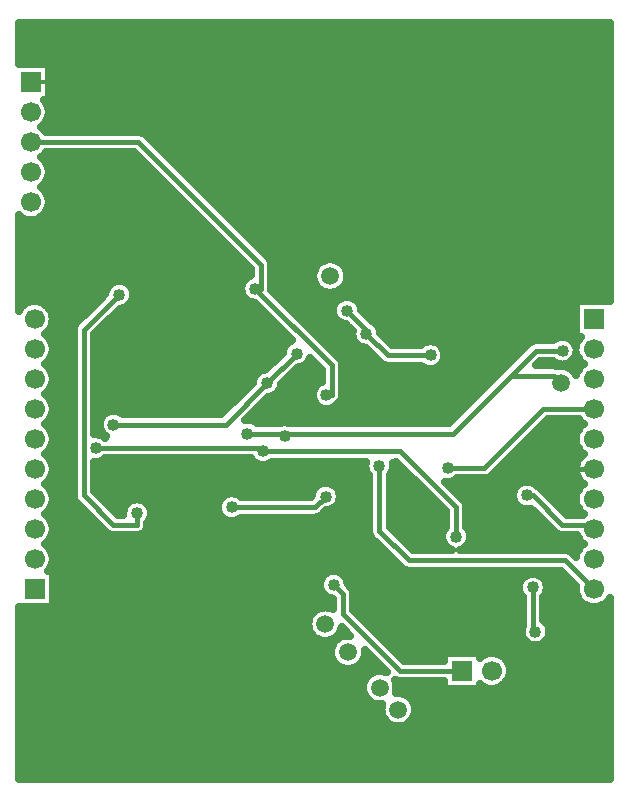
<source format=gbr>
G04 DipTrace 3.0.0.2*
G04 Bottom.gbr*
%MOMM*%
G04 #@! TF.FileFunction,Copper,L2,Bot*
G04 #@! TF.Part,Single*
G04 #@! TA.AperFunction,Conductor*
%ADD13C,0.4*%
G04 #@! TA.AperFunction,CopperBalancing*
%ADD15C,0.33*%
%ADD16C,0.635*%
G04 #@! TA.AperFunction,ComponentPad*
%ADD20R,1.7X1.7*%
%ADD21C,1.7*%
%ADD23C,1.5*%
G04 #@! TA.AperFunction,ViaPad*
%ADD27C,1.016*%
%FSLAX35Y35*%
G04*
G71*
G90*
G75*
G01*
G04 Bottom*
%LPD*%
X5472833Y2347478D2*
D13*
X5450889Y2369422D1*
Y2720529D1*
X3950000Y3600000D2*
Y2968570D1*
Y2550000D1*
X4200000Y2300000D1*
X4650000Y3350000D2*
X4400000Y3600000D1*
X4200000Y2300000D2*
X4550000D1*
X4900000Y2650000D1*
X1850000Y5600000D2*
X2100000D1*
X2200000Y5500000D1*
X2500000D1*
X2550000Y5450000D1*
X2850000D1*
X2900000Y5400000D1*
X1800000Y4800000D2*
X1850000D1*
X2050000Y4600000D1*
X2550000D1*
X2900000D1*
X3000000Y4500000D1*
X2560333Y2276833D2*
X2512057Y2228557D1*
X2169720D1*
X2560333Y2276833D2*
X2656890Y2180277D1*
X2915833D1*
X3295603Y2560047D1*
Y2998447D1*
X3325480Y2968570D1*
X3950000D1*
X3334923Y3657233D2*
X3313553Y3635863D1*
X1828083D1*
X3334923Y3657233D2*
X3365627Y3687937D1*
X3892230D1*
X3950000Y3630167D1*
Y3600000D1*
X2550000Y5450000D2*
Y4600000D1*
X4921920Y3596040D2*
X4924947Y3599067D1*
X5218937D1*
X5342870Y3723000D1*
X5968000D1*
X1900000Y4100000D2*
X2850000D1*
X3200000Y4450000D1*
X3450000Y4700000D1*
X3200000Y4450000D2*
D3*
X1750000Y3900000D2*
X3166463D1*
Y3874297D1*
X4325703D1*
X4800000Y3400000D1*
Y3150000D1*
X2900000Y3400000D2*
X3605623D1*
X3696387Y3490763D1*
X3702813Y4350000D2*
X3750000D1*
Y4600000D1*
X3100000Y5250000D1*
X3150000D1*
Y5451580D1*
X2109580Y6492000D1*
X1200000D1*
X4150000Y3750000D2*
Y3200000D1*
X4400000Y2950000D1*
X5725000D1*
X5968000Y2707000D1*
X4732130Y3730723D2*
X5039383D1*
X5539660Y4231000D1*
X5968000D1*
X4041007Y4867987D2*
Y4901077D1*
X3877097Y5064987D1*
X4584233Y4685733D2*
X4223260D1*
X4041007Y4867987D1*
X5400000Y3500000D2*
X5450000D1*
X5700000Y3250000D1*
X5933000D1*
X5968000Y3215000D1*
X5701727Y4726380D2*
X5476380D1*
X5264757Y4514757D1*
X4772890Y4022890D1*
X3350000D1*
X3034337D1*
X3350000Y4000000D2*
Y4022890D1*
X5693090Y4452127D2*
X5630460Y4514757D1*
X5264757D1*
X2100000Y3350000D2*
Y3250000D1*
X1900000D1*
X1650000Y3500000D1*
Y4900000D1*
X1950000Y5200000D1*
X3765574Y2742473D2*
X3844573Y2663474D1*
Y2496698D1*
X4327222Y2014049D1*
X4849016D1*
D27*
X4200000Y2300000D3*
X3100000Y5250000D3*
X3877097Y5064987D3*
X4041007Y4867987D3*
X4584233Y4685733D3*
X1750000Y3900000D3*
X3166463Y3874297D3*
X4800000Y3150000D3*
X2900000Y3400000D3*
X1950000Y5200000D3*
X2100000Y3350000D3*
X3702813Y4350000D3*
X3696387Y3490763D3*
X4732130Y3730723D3*
X3034337Y4022890D3*
X5701727Y4726380D3*
X1900000Y4100000D3*
X3450000Y4700000D3*
X4150000Y3750000D3*
X5400000Y3500000D3*
X3950000Y3600000D3*
X4400000D3*
X4650000Y3350000D3*
X4900000Y2650000D3*
X3200000Y4450000D3*
X2200000Y5500000D3*
X1850000Y5600000D3*
X2550000Y5450000D3*
X2900000Y5400000D3*
X3000000Y4500000D3*
X2050000Y4600000D3*
X1800000Y4800000D3*
X3350000Y4000000D3*
X2169720Y2228557D3*
X2560333Y2276833D3*
X2915833Y2180277D3*
X3334923Y3657233D3*
X1828083Y3635863D3*
X4921920Y3596040D3*
X5450889Y2720529D3*
X3765574Y2742473D3*
X5472833Y2347478D3*
X1104100Y7439083D2*
D16*
X6095932D1*
X1104100Y7375917D2*
X6095932D1*
X1104100Y7312750D2*
X6095932D1*
X1104100Y7249583D2*
X6095932D1*
X1104100Y7186417D2*
X6095932D1*
X1358658Y7123250D2*
X6095932D1*
X1358658Y7060083D2*
X6095932D1*
X1358658Y6996917D2*
X6095932D1*
X1358658Y6933750D2*
X6095932D1*
X1358658Y6870583D2*
X6095932D1*
X1345760Y6807417D2*
X6095932D1*
X1358658Y6744250D2*
X6095932D1*
X1344147Y6681083D2*
X6095932D1*
X1292058Y6617917D2*
X6095932D1*
X2176593Y6554750D2*
X6095932D1*
X2239721Y6491583D2*
X6095932D1*
X2302973Y6428417D2*
X6095932D1*
X1290817Y6365250D2*
X2106594D1*
X2366100D2*
X6095932D1*
X1344519Y6302083D2*
X2169722D1*
X2429228D2*
X6095932D1*
X1358658Y6238917D2*
X2232974D1*
X2492356D2*
X6095932D1*
X1345388Y6175750D2*
X2296102D1*
X2555608D2*
X6095932D1*
X1292678Y6112583D2*
X2359230D1*
X2618736D2*
X6095932D1*
X1343899Y6049417D2*
X2422358D1*
X2681864D2*
X6095932D1*
X1358658Y5986250D2*
X2485609D1*
X2745116D2*
X6095932D1*
X1345884Y5923083D2*
X2548737D1*
X2808244D2*
X6095932D1*
X1294662Y5859917D2*
X2611865D1*
X2871372D2*
X6095932D1*
X1104100Y5796750D2*
X2675117D1*
X2934624D2*
X6095932D1*
X1104100Y5733583D2*
X2738245D1*
X2997752D2*
X6095932D1*
X1104100Y5670417D2*
X2801373D1*
X3060880D2*
X6095932D1*
X1104100Y5607250D2*
X2864625D1*
X3124132D2*
X6095932D1*
X1104100Y5544083D2*
X2927753D1*
X3187260D2*
X6095932D1*
X1104100Y5480917D2*
X2990881D1*
X3238481D2*
X3658871D1*
X3811470D2*
X6095932D1*
X1104100Y5417750D2*
X3054133D1*
X3243566D2*
X3600208D1*
X3870133D2*
X6095932D1*
X1104100Y5354583D2*
X3038754D1*
X3243566D2*
X3586566D1*
X3883775D2*
X6095932D1*
X1104100Y5291417D2*
X1868841D1*
X2031113D2*
X2983067D1*
X3243566D2*
X3602565D1*
X3867776D2*
X6095932D1*
X1104100Y5228250D2*
X1829029D1*
X2071049D2*
X2977610D1*
X3251504D2*
X3668173D1*
X3802168D2*
X6095932D1*
X1104100Y5165083D2*
X1785373D1*
X2069188D2*
X3011593D1*
X3314632D2*
X3808071D1*
X3946159D2*
X6095932D1*
X1344767Y5101917D2*
X1722121D1*
X2022059D2*
X3118377D1*
X3377884D2*
X3758586D1*
X3995644D2*
X5809314D1*
X1383587Y5038750D2*
X1658993D1*
X1918500D2*
X3181505D1*
X3441012D2*
X3755609D1*
X4033100D2*
X5809314D1*
X1389664Y4975583D2*
X1595865D1*
X1855372D2*
X3244633D1*
X3504140D2*
X3793561D1*
X4096227D2*
X5809314D1*
X1367588Y4912417D2*
X1557294D1*
X1792120D2*
X3307885D1*
X3567392D2*
X3899973D1*
X4156751D2*
X5809314D1*
X1343403Y4849250D2*
X1556426D1*
X1743627D2*
X3371013D1*
X3630519D2*
X3918080D1*
X4189493D2*
X5809314D1*
X1383215Y4786083D2*
X1556426D1*
X1743627D2*
X3362827D1*
X3693647D2*
X3949582D1*
X4252621D2*
X4515625D1*
X4652845D2*
X5406361D1*
X1389788Y4722917D2*
X1556426D1*
X1743627D2*
X3327853D1*
X3756775D2*
X4056366D1*
X4702702D2*
X5343109D1*
X1368456Y4659750D2*
X1556426D1*
X1743627D2*
X3279980D1*
X3819903D2*
X4119494D1*
X4705803D2*
X5279982D1*
X1342039Y4596583D2*
X1556426D1*
X1743627D2*
X3216852D1*
X3513317D2*
X3623649D1*
X3843592D2*
X4500494D1*
X4667975D2*
X5216854D1*
X5667108D2*
X5858055D1*
X1382719Y4533417D2*
X1556426D1*
X1743627D2*
X3110067D1*
X3413106D2*
X3656391D1*
X3843592D2*
X5153726D1*
X1389912Y4470250D2*
X1556426D1*
X1743627D2*
X3077325D1*
X3349978D2*
X3656391D1*
X3843592D2*
X5090474D1*
X1369200Y4407083D2*
X1556426D1*
X1743627D2*
X3027344D1*
X3316368D2*
X3593139D1*
X3843592D2*
X5027346D1*
X1340551Y4343917D2*
X1556426D1*
X1743627D2*
X2964216D1*
X3258201D2*
X3578504D1*
X3843344D2*
X4964218D1*
X1382223Y4280750D2*
X1556426D1*
X1743627D2*
X2900964D1*
X3160471D2*
X3600828D1*
X3809485D2*
X4900966D1*
X1390036Y4217583D2*
X1556426D1*
X1743627D2*
X1882732D1*
X1917254D2*
X2837836D1*
X3097343D2*
X4837838D1*
X1369944Y4154417D2*
X1556426D1*
X1743627D2*
X1788863D1*
X3034215D2*
X4774710D1*
X1339062Y4091250D2*
X1556426D1*
X1743627D2*
X1775963D1*
X5529690D2*
X5860907D1*
X1381850Y4028083D2*
X1556426D1*
X1743627D2*
X1800008D1*
X5466438D2*
X5818243D1*
X1390160Y3964917D2*
X1556426D1*
X5403310D2*
X5809810D1*
X1370688Y3901750D2*
X1556426D1*
X5340183D2*
X5829281D1*
X1337450Y3838583D2*
X1556426D1*
X5277055D2*
X5862520D1*
X1381354Y3775417D2*
X1556426D1*
X1743627D2*
X3095557D1*
X3237365D2*
X4028337D1*
X5213803D2*
X5818615D1*
X1390284Y3712250D2*
X1556426D1*
X1743627D2*
X4031810D1*
X4268248D2*
X4357991D1*
X5150675D2*
X5809686D1*
X1371557Y3649083D2*
X1556426D1*
X1743627D2*
X4056366D1*
X4243567D2*
X4421119D1*
X5076509D2*
X5828537D1*
X1335962Y3585917D2*
X1556426D1*
X1743627D2*
X3620052D1*
X3772650D2*
X4056366D1*
X4243567D2*
X4484371D1*
X4743878D2*
X5312600D1*
X5487398D2*
X5864008D1*
X1380858Y3522750D2*
X1556426D1*
X1757021D2*
X3576396D1*
X3816431D2*
X4056366D1*
X4243567D2*
X4547499D1*
X4807006D2*
X5277749D1*
X5556975D2*
X5819111D1*
X1390408Y3459583D2*
X1566348D1*
X1820149D2*
X2049667D1*
X2150300D2*
X2791699D1*
X3816679D2*
X4056366D1*
X4243567D2*
X4610627D1*
X4870134D2*
X5282710D1*
X5620227D2*
X5809686D1*
X1372177Y3396417D2*
X1623895D1*
X1883277D2*
X1985051D1*
X2214916D2*
X2775576D1*
X3773767D2*
X4056366D1*
X4243567D2*
X4673879D1*
X4893574D2*
X5336908D1*
X5683355D2*
X5827793D1*
X1334350Y3333250D2*
X1687023D1*
X2223225D2*
X2796288D1*
X3668223D2*
X4056366D1*
X4243567D2*
X4706373D1*
X4893574D2*
X5486977D1*
X1380362Y3270083D2*
X1750150D1*
X2193584D2*
X4056366D1*
X4243567D2*
X4706373D1*
X4893574D2*
X5550229D1*
X1390408Y3206917D2*
X1813278D1*
X2182174D2*
X4056366D1*
X4272837D2*
X4690126D1*
X4909821D2*
X5613357D1*
X1372921Y3143750D2*
X4076954D1*
X4335965D2*
X4675739D1*
X4924332D2*
X5827049D1*
X1332613Y3080583D2*
X4139710D1*
X4399217D2*
X4698064D1*
X4901884D2*
X5867357D1*
X1379866Y3017417D2*
X4202838D1*
X5786791D2*
X5820179D1*
X1390532Y2954250D2*
X4265966D1*
X1373665Y2891083D2*
X4329218D1*
X1390656Y2827917D2*
X3677723D1*
X3853390D2*
X5395447D1*
X5506374D2*
X5717288D1*
X1390656Y2764750D2*
X3643244D1*
X3887868D2*
X5335048D1*
X5566773D2*
X5780540D1*
X1390656Y2701583D2*
X3648453D1*
X3929416D2*
X5327979D1*
X5573843D2*
X5809438D1*
X1390656Y2638417D2*
X3703396D1*
X3938222D2*
X5357248D1*
X5544449D2*
X5825685D1*
X1390656Y2575250D2*
X3751021D1*
X3938222D2*
X5357248D1*
X5544449D2*
X5885216D1*
X6050713D2*
X6095932D1*
X1104100Y2512083D2*
X3586566D1*
X3958933D2*
X5357248D1*
X5544449D2*
X6095932D1*
X1104100Y2448917D2*
X3549234D1*
X4022061D2*
X5357248D1*
X5544449D2*
X6095932D1*
X1104100Y2385750D2*
X3546010D1*
X4085313D2*
X5354768D1*
X5590958D2*
X6095932D1*
X1104100Y2322583D2*
X3574287D1*
X3810850D2*
X3888935D1*
X4148441D2*
X5351047D1*
X5594679D2*
X6095932D1*
X1104100Y2259417D2*
X3766896D1*
X4211569D2*
X5387758D1*
X5557844D2*
X6095932D1*
X1104100Y2196250D2*
X3738494D1*
X4274821D2*
X6095932D1*
X1104100Y2133083D2*
X3741595D1*
X4028387D2*
X4078442D1*
X4337949D2*
X4690374D1*
X5204377D2*
X6095932D1*
X1104100Y2069917D2*
X3778802D1*
X3991056D2*
X4141570D1*
X5251010D2*
X6095932D1*
X1104100Y2006750D2*
X4097666D1*
X5261428D2*
X6095932D1*
X1104100Y1943583D2*
X4023500D1*
X5244312D2*
X6095932D1*
X1104100Y1880417D2*
X4005145D1*
X4302106D2*
X4690374D1*
X5182425D2*
X6095932D1*
X1104100Y1817250D2*
X4016555D1*
X4374288D2*
X6095932D1*
X1104100Y1754083D2*
X4069761D1*
X4442749D2*
X6095932D1*
X1104100Y1690917D2*
X4162406D1*
X4459616D2*
X6095932D1*
X1104100Y1627750D2*
X4175181D1*
X4446842D2*
X6095932D1*
X1104100Y1564583D2*
X4231859D1*
X4390163D2*
X6095932D1*
X1104100Y1501417D2*
X6095932D1*
X1104100Y1438250D2*
X6095932D1*
X1104100Y1375083D2*
X6095932D1*
X1104100Y1311917D2*
X6095932D1*
X1104100Y1248750D2*
X6095932D1*
X1104100Y1185583D2*
X6095932D1*
X1104100Y1122417D2*
X6095932D1*
X1345244Y2859290D2*
X1384290D1*
Y2554710D1*
X1097731D1*
X1097750Y1097750D1*
X6102250D1*
Y2635021D1*
X6091205Y2617486D1*
X6075685Y2599315D1*
X6057514Y2583795D1*
X6037138Y2571309D1*
X6015060Y2562164D1*
X5991823Y2556585D1*
X5968000Y2554710D1*
X5944177Y2556585D1*
X5920940Y2562164D1*
X5898862Y2571309D1*
X5878486Y2583795D1*
X5860315Y2599315D1*
X5844795Y2617486D1*
X5832309Y2637862D1*
X5823164Y2659940D1*
X5817585Y2683177D1*
X5815710Y2707000D1*
X5818123Y2733526D1*
X5688874Y2862679D1*
X4393151Y2862979D1*
X4379623Y2865122D1*
X4366596Y2869354D1*
X4354391Y2875573D1*
X4343310Y2883624D1*
X4158671Y3067882D1*
X4083624Y3143310D1*
X4075573Y3154391D1*
X4069354Y3166596D1*
X4065122Y3179623D1*
X4062979Y3193151D1*
X4062710Y3454000D1*
Y3670421D1*
X4049312Y3688298D1*
X4040899Y3704809D1*
X4035173Y3722432D1*
X4032274Y3740735D1*
Y3759265D1*
X4035173Y3777568D1*
X4037903Y3787070D1*
X3246079Y3787006D1*
X3228165Y3773608D1*
X3211654Y3765196D1*
X3194031Y3759470D1*
X3175729Y3756571D1*
X3157198D1*
X3138896Y3759470D1*
X3121272Y3765196D1*
X3104761Y3773608D1*
X3089770Y3784500D1*
X3076667Y3797603D1*
X3065687Y3812753D1*
X1829615Y3812710D1*
X1811702Y3799312D1*
X1795191Y3790899D1*
X1777568Y3785173D1*
X1759265Y3782274D1*
X1737246Y3782687D1*
X1737290Y3536114D1*
X1936142Y3337305D1*
X1982476Y3337290D1*
X1982274Y3359265D1*
X1985173Y3377568D1*
X1990899Y3395191D1*
X1999312Y3411702D1*
X2010204Y3426693D1*
X2023307Y3439796D1*
X2038298Y3450688D1*
X2054809Y3459101D1*
X2072432Y3464827D1*
X2090735Y3467726D1*
X2109265D1*
X2127568Y3464827D1*
X2145191Y3459101D1*
X2161702Y3450688D1*
X2176693Y3439796D1*
X2189796Y3426693D1*
X2200688Y3411702D1*
X2209101Y3395191D1*
X2214827Y3377568D1*
X2217726Y3359265D1*
Y3340735D1*
X2214827Y3322432D1*
X2209101Y3304809D1*
X2200688Y3288298D1*
X2187264Y3270567D1*
X2187021Y3243151D1*
X2184878Y3229623D1*
X2180646Y3216596D1*
X2174427Y3204391D1*
X2166376Y3193310D1*
X2156690Y3183624D1*
X2145609Y3175573D1*
X2133404Y3169354D1*
X2120377Y3165122D1*
X2106849Y3162979D1*
X1900000Y3162710D1*
X1886345Y3163785D1*
X1873026Y3166982D1*
X1860371Y3172224D1*
X1848692Y3179381D1*
X1838277Y3188277D1*
X1583624Y3443310D1*
X1575573Y3454391D1*
X1569354Y3466596D1*
X1565122Y3479623D1*
X1562979Y3493151D1*
X1562710Y3754000D1*
X1562979Y4906849D1*
X1565122Y4920377D1*
X1569354Y4933404D1*
X1575573Y4945609D1*
X1583624Y4956690D1*
X1767882Y5141329D1*
X1831989Y5205436D1*
X1835173Y5227568D1*
X1840899Y5245191D1*
X1849312Y5261702D1*
X1860204Y5276693D1*
X1873307Y5289796D1*
X1888298Y5300688D1*
X1904809Y5309101D1*
X1922432Y5314827D1*
X1940735Y5317726D1*
X1959265D1*
X1977568Y5314827D1*
X1995191Y5309101D1*
X2011702Y5300688D1*
X2026693Y5289796D1*
X2039796Y5276693D1*
X2050688Y5261702D1*
X2059101Y5245191D1*
X2064827Y5227568D1*
X2067726Y5209265D1*
Y5190735D1*
X2064827Y5172432D1*
X2059101Y5154809D1*
X2050688Y5138298D1*
X2039796Y5123307D1*
X2026693Y5110204D1*
X2011702Y5099312D1*
X1995191Y5090899D1*
X1977568Y5085173D1*
X1955537Y5082128D1*
X1737317Y4863870D1*
X1737290Y4017325D1*
X1759265Y4017726D1*
X1777568Y4014827D1*
X1795191Y4009101D1*
X1811702Y4000688D1*
X1829433Y3987264D1*
X1838298Y3999312D1*
X1823307Y4010204D1*
X1810204Y4023307D1*
X1799312Y4038298D1*
X1790899Y4054809D1*
X1785173Y4072432D1*
X1782274Y4090735D1*
Y4109265D1*
X1785173Y4127568D1*
X1790899Y4145191D1*
X1799312Y4161702D1*
X1810204Y4176693D1*
X1823307Y4189796D1*
X1838298Y4200688D1*
X1854809Y4209101D1*
X1872432Y4214827D1*
X1890735Y4217726D1*
X1909265D1*
X1927568Y4214827D1*
X1945191Y4209101D1*
X1961702Y4200688D1*
X1979433Y4187264D1*
X2813929Y4187290D1*
X3081977Y4455423D1*
X3085173Y4477568D1*
X3090899Y4495191D1*
X3099312Y4511702D1*
X3110204Y4526693D1*
X3123307Y4539796D1*
X3138298Y4550688D1*
X3154809Y4559101D1*
X3172432Y4564827D1*
X3194463Y4567872D1*
X3332001Y4705448D1*
X3335173Y4727568D1*
X3340899Y4745191D1*
X3349312Y4761702D1*
X3360204Y4776693D1*
X3373307Y4789796D1*
X3388298Y4800688D1*
X3404809Y4809101D1*
X3414101Y4812477D1*
X3094474Y5132078D1*
X3072432Y5135173D1*
X3054809Y5140899D1*
X3038298Y5149312D1*
X3023307Y5160204D1*
X3010204Y5173307D1*
X2999312Y5188298D1*
X2990899Y5204809D1*
X2985173Y5222432D1*
X2982274Y5240735D1*
Y5259265D1*
X2985173Y5277568D1*
X2990899Y5295191D1*
X2999312Y5311702D1*
X3010204Y5326693D1*
X3023307Y5339796D1*
X3038298Y5350688D1*
X3054809Y5359101D1*
X3062727Y5362022D1*
X3062710Y5415571D1*
X2073350Y6404783D1*
X1324884Y6404710D1*
X1307685Y6384315D1*
X1289514Y6368795D1*
X1283960Y6365084D1*
X1298904Y6353802D1*
X1315802Y6336904D1*
X1329849Y6317571D1*
X1340698Y6296279D1*
X1348082Y6273551D1*
X1351821Y6249949D1*
Y6226051D1*
X1348082Y6202449D1*
X1340698Y6179721D1*
X1329849Y6158429D1*
X1315802Y6139096D1*
X1298904Y6122198D1*
X1283960Y6111084D1*
X1298904Y6099802D1*
X1315802Y6082904D1*
X1329849Y6063571D1*
X1340698Y6042279D1*
X1348082Y6019551D1*
X1351821Y5995949D1*
Y5972051D1*
X1348082Y5948449D1*
X1340698Y5925721D1*
X1329849Y5904429D1*
X1315802Y5885096D1*
X1298904Y5868198D1*
X1279571Y5854151D1*
X1258279Y5843302D1*
X1235551Y5835918D1*
X1211949Y5832179D1*
X1188051D1*
X1164449Y5835918D1*
X1141721Y5843302D1*
X1120429Y5854151D1*
X1101096Y5868198D1*
X1097700Y5871337D1*
X1097750Y5064817D1*
X1108795Y5082514D1*
X1124315Y5100685D1*
X1142486Y5116205D1*
X1162862Y5128691D1*
X1184940Y5137836D1*
X1208177Y5143415D1*
X1232000Y5145290D1*
X1255823Y5143415D1*
X1279060Y5137836D1*
X1301138Y5128691D1*
X1321514Y5116205D1*
X1339685Y5100685D1*
X1355205Y5082514D1*
X1367691Y5062138D1*
X1376836Y5040060D1*
X1382415Y5016823D1*
X1384290Y4993000D1*
X1382415Y4969177D1*
X1376836Y4945940D1*
X1367691Y4923862D1*
X1355205Y4903486D1*
X1339685Y4885315D1*
X1321514Y4869795D1*
X1315960Y4866084D1*
X1330904Y4854802D1*
X1347802Y4837904D1*
X1361849Y4818571D1*
X1372698Y4797279D1*
X1380082Y4774551D1*
X1383821Y4750949D1*
Y4727051D1*
X1380082Y4703449D1*
X1372698Y4680721D1*
X1361849Y4659429D1*
X1347802Y4640096D1*
X1330904Y4623198D1*
X1315960Y4612084D1*
X1330904Y4600802D1*
X1347802Y4583904D1*
X1361849Y4564571D1*
X1372698Y4543279D1*
X1380082Y4520551D1*
X1383821Y4496949D1*
Y4473051D1*
X1380082Y4449449D1*
X1372698Y4426721D1*
X1361849Y4405429D1*
X1347802Y4386096D1*
X1330904Y4369198D1*
X1315960Y4358084D1*
X1330904Y4346802D1*
X1347802Y4329904D1*
X1361849Y4310571D1*
X1372698Y4289279D1*
X1380082Y4266551D1*
X1383821Y4242949D1*
Y4219051D1*
X1380082Y4195449D1*
X1372698Y4172721D1*
X1361849Y4151429D1*
X1347802Y4132096D1*
X1330904Y4115198D1*
X1315960Y4104084D1*
X1330904Y4092802D1*
X1347802Y4075904D1*
X1361849Y4056571D1*
X1372698Y4035279D1*
X1380082Y4012551D1*
X1383821Y3988949D1*
Y3965051D1*
X1380082Y3941449D1*
X1372698Y3918721D1*
X1361849Y3897429D1*
X1347802Y3878096D1*
X1330904Y3861198D1*
X1315960Y3850084D1*
X1330904Y3838802D1*
X1347802Y3821904D1*
X1361849Y3802571D1*
X1372698Y3781279D1*
X1380082Y3758551D1*
X1383821Y3734949D1*
Y3711051D1*
X1380082Y3687449D1*
X1372698Y3664721D1*
X1361849Y3643429D1*
X1347802Y3624096D1*
X1330904Y3607198D1*
X1315960Y3596084D1*
X1330904Y3584802D1*
X1347802Y3567904D1*
X1361849Y3548571D1*
X1372698Y3527279D1*
X1380082Y3504551D1*
X1383821Y3480949D1*
Y3457051D1*
X1380082Y3433449D1*
X1372698Y3410721D1*
X1361849Y3389429D1*
X1347802Y3370096D1*
X1330904Y3353198D1*
X1315960Y3342084D1*
X1330904Y3330802D1*
X1347802Y3313904D1*
X1361849Y3294571D1*
X1372698Y3273279D1*
X1380082Y3250551D1*
X1383821Y3226949D1*
Y3203051D1*
X1380082Y3179449D1*
X1372698Y3156721D1*
X1361849Y3135429D1*
X1347802Y3116096D1*
X1330904Y3099198D1*
X1315960Y3088084D1*
X1330904Y3076802D1*
X1347802Y3059904D1*
X1361849Y3040571D1*
X1372698Y3019279D1*
X1380082Y2996551D1*
X1383821Y2972949D1*
Y2949051D1*
X1380082Y2925449D1*
X1372698Y2902721D1*
X1361849Y2881429D1*
X1347802Y2862096D1*
X1345234Y2859317D1*
X5847460Y5145290D2*
X6102269D1*
X6102250Y7502250D1*
X1097750D1*
X1098510Y7152290D1*
X1352290D1*
Y6847710D1*
X1313322D1*
X1329849Y6825571D1*
X1340698Y6804279D1*
X1348082Y6781551D1*
X1351821Y6757949D1*
Y6734051D1*
X1348082Y6710449D1*
X1340698Y6687721D1*
X1329849Y6666429D1*
X1315802Y6647096D1*
X1298904Y6630198D1*
X1283960Y6619084D1*
X1298904Y6607802D1*
X1315802Y6590904D1*
X1324736Y6579222D1*
X2116429Y6579021D1*
X2129957Y6576878D1*
X2142984Y6572645D1*
X2155189Y6566427D1*
X2166270Y6558376D1*
X2350908Y6374118D1*
X3216376Y5508270D1*
X3224427Y5497189D1*
X3230645Y5484984D1*
X3234878Y5471957D1*
X3237021Y5458429D1*
X3237290Y5250000D1*
X3236905Y5242168D1*
X3251526Y5221921D1*
X3816376Y4656691D1*
X3824427Y4645609D1*
X3830646Y4633405D1*
X3834879Y4620378D1*
X3837021Y4606849D1*
X3837290Y4350000D1*
X3836216Y4336345D1*
X3833018Y4323026D1*
X3827776Y4310371D1*
X3820619Y4298692D1*
X3811724Y4288276D1*
X3801308Y4279381D1*
X3792610Y4273307D1*
X3779507Y4260204D1*
X3764515Y4249312D1*
X3748004Y4240899D1*
X3730381Y4235173D1*
X3712079Y4232274D1*
X3693548D1*
X3675246Y4235173D1*
X3657622Y4240899D1*
X3641111Y4249312D1*
X3626120Y4260204D1*
X3613017Y4273307D1*
X3602125Y4288298D1*
X3593712Y4304809D1*
X3587986Y4322432D1*
X3585087Y4340735D1*
Y4359265D1*
X3587986Y4377568D1*
X3593712Y4395191D1*
X3602125Y4411702D1*
X3613017Y4426693D1*
X3626120Y4439796D1*
X3641111Y4450688D1*
X3657622Y4459101D1*
X3662753Y4460994D1*
X3662710Y4563940D1*
X3562310Y4663508D1*
X3555219Y4646388D1*
X3545537Y4630588D1*
X3533502Y4616498D1*
X3519412Y4604463D1*
X3503612Y4594781D1*
X3486492Y4587690D1*
X3468473Y4583364D1*
X3455537Y4582128D1*
X3317999Y4444552D1*
X3314827Y4422432D1*
X3309101Y4404809D1*
X3300688Y4388298D1*
X3289796Y4373307D1*
X3276693Y4360204D1*
X3261702Y4349312D1*
X3245191Y4340899D1*
X3227568Y4335173D1*
X3205537Y4332128D1*
X3012399Y4138952D1*
X3034337Y4140980D1*
X3052810Y4139526D1*
X3070828Y4135200D1*
X3087948Y4128109D1*
X3103748Y4118427D1*
X3113770Y4110154D1*
X3307560Y4110180D1*
X3322432Y4114827D1*
X3340735Y4117726D1*
X3359265D1*
X3377568Y4114827D1*
X3392371Y4110141D1*
X4736706Y4110180D1*
X5419689Y4792756D1*
X5430771Y4800807D1*
X5442975Y4807026D1*
X5456002Y4811259D1*
X5469531Y4813401D1*
X5622108Y4813670D1*
X5640025Y4827068D1*
X5656536Y4835481D1*
X5674159Y4841207D1*
X5692461Y4844106D1*
X5710992D1*
X5729294Y4841207D1*
X5746918Y4835481D1*
X5763429Y4827068D1*
X5778420Y4816176D1*
X5791523Y4803073D1*
X5802415Y4788082D1*
X5810828Y4771571D1*
X5816465Y4754261D1*
X5819918Y4774551D1*
X5827302Y4797279D1*
X5838151Y4818571D1*
X5852198Y4837904D1*
X5854766Y4840683D1*
X5815710Y4840710D1*
Y5145290D1*
X5847460D1*
X5884040Y4612084D2*
X5869096Y4623198D1*
X5852198Y4640096D1*
X5838151Y4659429D1*
X5827302Y4680721D1*
X5819918Y4703449D1*
X5818651Y4709817D1*
X5814037Y4689888D1*
X5806946Y4672768D1*
X5797263Y4656968D1*
X5785229Y4642878D1*
X5771138Y4630843D1*
X5755338Y4621161D1*
X5738218Y4614070D1*
X5720200Y4609744D1*
X5701727Y4608290D1*
X5683253Y4609744D1*
X5665235Y4614070D1*
X5648115Y4621161D1*
X5632315Y4630843D1*
X5622294Y4639116D1*
X5512591Y4639090D1*
X5475400Y4601952D1*
X5637309Y4601778D1*
X5650837Y4599635D1*
X5664764Y4594987D1*
X5670831Y4592665D1*
X5693090Y4594417D1*
X5715349Y4592665D1*
X5737060Y4587452D1*
X5757688Y4578908D1*
X5776726Y4567242D1*
X5793704Y4552741D1*
X5808205Y4535763D1*
X5819296Y4517753D1*
X5827302Y4543279D1*
X5838151Y4564571D1*
X5852198Y4583904D1*
X5869096Y4600802D1*
X5884040Y4611916D1*
Y4104084D2*
X5869096Y4115198D1*
X5852198Y4132096D1*
X5843264Y4143778D1*
X5575714Y4143710D1*
X5096074Y3664347D1*
X5084992Y3656296D1*
X5072788Y3650078D1*
X5059761Y3645845D1*
X5046232Y3643702D1*
X4811552Y3643433D1*
X4793832Y3630035D1*
X4777321Y3621622D1*
X4759698Y3615896D1*
X4741395Y3612997D1*
X4722865D1*
X4708221Y3615168D1*
X4866376Y3456690D1*
X4874427Y3445609D1*
X4880646Y3433405D1*
X4884878Y3420378D1*
X4887021Y3406849D1*
X4887290Y3229468D1*
X4900688Y3211702D1*
X4909101Y3195191D1*
X4914827Y3177568D1*
X4917726Y3159265D1*
Y3140735D1*
X4914827Y3122432D1*
X4909101Y3104809D1*
X4900688Y3088298D1*
X4889796Y3073307D1*
X4876693Y3060204D1*
X4861702Y3049312D1*
X4845191Y3040899D1*
X4834923Y3037247D1*
X5731849Y3037021D1*
X5745377Y3034878D1*
X5758404Y3030646D1*
X5770609Y3024427D1*
X5781690Y3016376D1*
X5817155Y2981292D1*
X5819918Y2996551D1*
X5827302Y3019279D1*
X5838151Y3040571D1*
X5852198Y3059904D1*
X5869096Y3076802D1*
X5884040Y3087916D1*
X5869096Y3099198D1*
X5852198Y3116096D1*
X5838151Y3135429D1*
X5827302Y3156721D1*
X5825087Y3162725D1*
X5693151Y3162979D1*
X5679622Y3165122D1*
X5666595Y3169354D1*
X5654391Y3175573D1*
X5643309Y3183624D1*
X5458671Y3367882D1*
X5438238Y3388315D1*
X5418473Y3383364D1*
X5400000Y3381910D1*
X5381527Y3383364D1*
X5363508Y3387690D1*
X5346388Y3394781D1*
X5330588Y3404463D1*
X5316498Y3416498D1*
X5304463Y3430588D1*
X5294781Y3446388D1*
X5287690Y3463508D1*
X5283364Y3481527D1*
X5281910Y3500000D1*
X5283364Y3518473D1*
X5287690Y3536492D1*
X5294781Y3553612D1*
X5304463Y3569412D1*
X5316498Y3583502D1*
X5330588Y3595537D1*
X5346388Y3605219D1*
X5363508Y3612310D1*
X5381527Y3616636D1*
X5400000Y3618090D1*
X5418473Y3616636D1*
X5436492Y3612310D1*
X5453612Y3605219D1*
X5469412Y3595537D1*
X5483502Y3583502D1*
X5489629Y3577776D1*
X5501308Y3570619D1*
X5511724Y3561724D1*
X5736142Y3337305D1*
X5877229Y3337290D1*
X5884040Y3341916D1*
X5869096Y3353198D1*
X5852198Y3370096D1*
X5838151Y3389429D1*
X5827302Y3410721D1*
X5819918Y3433449D1*
X5816179Y3457051D1*
Y3480949D1*
X5819918Y3504551D1*
X5827302Y3527279D1*
X5838151Y3548571D1*
X5852198Y3567904D1*
X5869096Y3584802D1*
X5884040Y3595916D1*
X5867293Y3608761D1*
X5853827Y3622219D1*
X5842146Y3637251D1*
X5832431Y3653623D1*
X5824834Y3671079D1*
X5819475Y3689347D1*
X5816437Y3708141D1*
X5815767Y3727166D1*
X5817476Y3746127D1*
X5821538Y3764726D1*
X5827888Y3782674D1*
X5836428Y3799688D1*
X5847024Y3815504D1*
X5859511Y3829875D1*
X5873693Y3842576D1*
X5883960Y3850002D1*
X5869096Y3861198D1*
X5852198Y3878096D1*
X5838151Y3897429D1*
X5827302Y3918721D1*
X5819918Y3941449D1*
X5816179Y3965051D1*
Y3988949D1*
X5819918Y4012551D1*
X5827302Y4035279D1*
X5838151Y4056571D1*
X5852198Y4075904D1*
X5869096Y4092802D1*
X5884040Y4103916D1*
X4728476Y2166339D2*
X5001306D1*
Y2127271D1*
X5013502Y2137254D1*
X5033878Y2149740D1*
X5055956Y2158885D1*
X5079193Y2164464D1*
X5103016Y2166339D1*
X5126840Y2164464D1*
X5150076Y2158885D1*
X5172154Y2149740D1*
X5192530Y2137254D1*
X5210702Y2121734D1*
X5226221Y2103563D1*
X5238708Y2083187D1*
X5247853Y2061109D1*
X5253431Y2037872D1*
X5255306Y2014049D1*
X5253431Y1990226D1*
X5247853Y1966989D1*
X5238708Y1944911D1*
X5226221Y1924535D1*
X5210702Y1906364D1*
X5192530Y1890844D1*
X5172154Y1878358D1*
X5150076Y1869213D1*
X5126840Y1863634D1*
X5103016Y1861759D1*
X5079193Y1863634D1*
X5055956Y1869213D1*
X5033878Y1878358D1*
X5013502Y1890844D1*
X5001333Y1900815D1*
X5001306Y1861759D1*
X4696726D1*
Y1926871D1*
X4320373Y1927028D1*
X4306845Y1929171D1*
X4293817Y1933403D1*
X4280789Y1940172D1*
X4280441Y1937998D1*
X4288986Y1917370D1*
X4294198Y1895659D1*
X4295950Y1873400D1*
X4294198Y1851141D1*
X4288185Y1827260D1*
X4311020Y1829113D1*
X4333279Y1827362D1*
X4354990Y1822149D1*
X4375618Y1813605D1*
X4394656Y1801938D1*
X4411634Y1787438D1*
X4426135Y1770459D1*
X4437801Y1751422D1*
X4446346Y1730793D1*
X4451558Y1709082D1*
X4453310Y1686823D1*
X4451558Y1664564D1*
X4446346Y1642853D1*
X4437801Y1622225D1*
X4426135Y1603187D1*
X4411634Y1586209D1*
X4394656Y1571708D1*
X4375618Y1560042D1*
X4354990Y1551498D1*
X4333279Y1546285D1*
X4311020Y1544533D1*
X4288761Y1546285D1*
X4267050Y1551498D1*
X4246422Y1560042D1*
X4227384Y1571708D1*
X4210406Y1586209D1*
X4195905Y1603187D1*
X4184239Y1622225D1*
X4175694Y1642853D1*
X4170482Y1664564D1*
X4168730Y1686823D1*
X4170482Y1709082D1*
X4176495Y1732963D1*
X4153660Y1731110D1*
X4131401Y1732862D1*
X4109690Y1738074D1*
X4089062Y1746619D1*
X4070024Y1758285D1*
X4053046Y1772786D1*
X4038545Y1789764D1*
X4026879Y1808802D1*
X4018334Y1829430D1*
X4013122Y1851141D1*
X4011370Y1873400D1*
X4013122Y1895659D1*
X4018334Y1917370D1*
X4026879Y1937998D1*
X4038545Y1957036D1*
X4053046Y1974014D1*
X4070024Y1988515D1*
X4089062Y2000181D1*
X4109690Y2008726D1*
X4131401Y2013938D1*
X4153660Y2015690D1*
X4175919Y2013938D1*
X4197630Y2008726D1*
X4217188Y2000675D1*
X4025645Y2192179D1*
X4027233Y2171317D1*
X4025482Y2149058D1*
X4020269Y2127347D1*
X4011725Y2106718D1*
X4000058Y2087681D1*
X3985558Y2070702D1*
X3968579Y2056202D1*
X3949542Y2044535D1*
X3928913Y2035991D1*
X3907202Y2030778D1*
X3884943Y2029027D1*
X3862684Y2030778D1*
X3840973Y2035991D1*
X3820345Y2044535D1*
X3801307Y2056202D1*
X3784329Y2070702D1*
X3769828Y2087681D1*
X3758162Y2106718D1*
X3749618Y2127347D1*
X3744405Y2149058D1*
X3742653Y2171317D1*
X3744405Y2193576D1*
X3749618Y2215287D1*
X3758162Y2235915D1*
X3769828Y2254953D1*
X3784329Y2271931D1*
X3801307Y2286432D1*
X3820345Y2298098D1*
X3840973Y2306642D1*
X3862684Y2311855D1*
X3884943Y2313607D1*
X3905859Y2312014D1*
X3832534Y2385290D1*
X3827856Y2366493D1*
X3819311Y2345865D1*
X3807645Y2326827D1*
X3793144Y2309849D1*
X3776166Y2295348D1*
X3757128Y2283682D1*
X3736500Y2275138D1*
X3714789Y2269925D1*
X3692530Y2268173D1*
X3670271Y2269925D1*
X3648560Y2275138D1*
X3627932Y2283682D1*
X3608894Y2295348D1*
X3591916Y2309849D1*
X3577415Y2326827D1*
X3565749Y2345865D1*
X3557204Y2366493D1*
X3551992Y2388204D1*
X3550240Y2410463D1*
X3551992Y2432722D1*
X3557204Y2454433D1*
X3565749Y2475062D1*
X3577415Y2494099D1*
X3591916Y2511078D1*
X3608894Y2525578D1*
X3627932Y2537245D1*
X3648560Y2545789D1*
X3670271Y2551002D1*
X3692530Y2552753D1*
X3714789Y2551002D1*
X3736500Y2545789D1*
X3757319Y2537138D1*
X3757282Y2624566D1*
X3738006Y2627646D1*
X3720382Y2633372D1*
X3703872Y2641785D1*
X3688880Y2652677D1*
X3675777Y2665780D1*
X3664885Y2680772D1*
X3656473Y2697282D1*
X3650746Y2714906D1*
X3647848Y2733208D1*
Y2751739D1*
X3650746Y2770041D1*
X3656473Y2787664D1*
X3664885Y2804175D1*
X3675777Y2819167D1*
X3688880Y2832270D1*
X3703872Y2843162D1*
X3720382Y2851574D1*
X3738006Y2857301D1*
X3756308Y2860199D1*
X3774839D1*
X3793141Y2857301D1*
X3810765Y2851574D1*
X3827275Y2843162D1*
X3842267Y2832270D1*
X3855370Y2819167D1*
X3866262Y2804175D1*
X3874675Y2787664D1*
X3880401Y2770041D1*
X3883446Y2748011D1*
X3910949Y2720165D1*
X3919000Y2709083D1*
X3925218Y2696879D1*
X3929451Y2683852D1*
X3931594Y2670323D1*
X3931863Y2532878D1*
X4363465Y2101253D1*
X4696688Y2101339D1*
X4696726Y2166339D1*
X4728476D1*
X3871559Y4947114D2*
X3849529Y4950160D1*
X3831906Y4955886D1*
X3815395Y4964298D1*
X3800403Y4975190D1*
X3787300Y4988293D1*
X3776408Y5003285D1*
X3767996Y5019796D1*
X3762270Y5037419D1*
X3759371Y5055721D1*
Y5074252D1*
X3762270Y5092554D1*
X3767996Y5110178D1*
X3776408Y5126689D1*
X3787300Y5141680D1*
X3800403Y5154783D1*
X3815395Y5165675D1*
X3831906Y5174088D1*
X3849529Y5179814D1*
X3867831Y5182713D1*
X3886362D1*
X3904664Y5179814D1*
X3922288Y5174088D1*
X3938799Y5165675D1*
X3953790Y5154783D1*
X3966893Y5141680D1*
X3977785Y5126689D1*
X3986198Y5110178D1*
X3991924Y5092554D1*
X3994969Y5070524D1*
X4090099Y4975431D1*
X4110418Y4963523D1*
X4124509Y4951489D1*
X4136543Y4937398D1*
X4146226Y4921598D1*
X4153317Y4904478D1*
X4157643Y4886460D1*
X4158879Y4873524D1*
X4259446Y4772994D1*
X4504669Y4773024D1*
X4522531Y4786422D1*
X4539042Y4794834D1*
X4556666Y4800560D1*
X4574968Y4803459D1*
X4593499D1*
X4611801Y4800560D1*
X4629424Y4794834D1*
X4645935Y4786422D1*
X4660927Y4775530D1*
X4674030Y4762427D1*
X4684922Y4747435D1*
X4693334Y4730924D1*
X4699060Y4713301D1*
X4701959Y4694999D1*
Y4676468D1*
X4699060Y4658166D1*
X4693334Y4640542D1*
X4684922Y4624031D1*
X4674030Y4609040D1*
X4660927Y4595937D1*
X4645935Y4585045D1*
X4629424Y4576632D1*
X4611801Y4570906D1*
X4593499Y4568007D1*
X4574968D1*
X4556666Y4570906D1*
X4539042Y4576632D1*
X4522531Y4585045D1*
X4504800Y4598469D1*
X4216411Y4598712D1*
X4202882Y4600855D1*
X4189855Y4605088D1*
X4177651Y4611306D1*
X4166570Y4619357D1*
X4035515Y4750032D1*
X4013439Y4753160D1*
X3995816Y4758886D1*
X3979305Y4767298D1*
X3964313Y4778190D1*
X3951210Y4791293D1*
X3940318Y4806285D1*
X3931906Y4822796D1*
X3926180Y4840419D1*
X3923281Y4858721D1*
Y4877252D1*
X3925678Y4893032D1*
X3871678Y4946958D1*
X4765077Y3037247D2*
X4746388Y3044781D1*
X4730588Y3054463D1*
X4716498Y3066498D1*
X4704463Y3080588D1*
X4694781Y3096388D1*
X4687690Y3113508D1*
X4683364Y3131527D1*
X4681910Y3150000D1*
X4683364Y3168473D1*
X4687690Y3186492D1*
X4694781Y3203612D1*
X4704463Y3219412D1*
X4712736Y3229433D1*
X4712710Y3363940D1*
X4289527Y3787026D1*
X4264827Y3777568D1*
X4267726Y3759265D1*
Y3740735D1*
X4264827Y3722432D1*
X4259101Y3704809D1*
X4250688Y3688298D1*
X4237264Y3670567D1*
X4237290Y3236171D1*
X4436142Y3037305D1*
X4764753Y3037290D1*
X2979433Y3312736D2*
X2961702Y3299312D1*
X2945191Y3290899D1*
X2927568Y3285173D1*
X2909265Y3282274D1*
X2890735D1*
X2872432Y3285173D1*
X2854809Y3290899D1*
X2838298Y3299312D1*
X2823307Y3310204D1*
X2810204Y3323307D1*
X2799312Y3338298D1*
X2790899Y3354809D1*
X2785173Y3372432D1*
X2782274Y3390735D1*
Y3409265D1*
X2785173Y3427568D1*
X2790899Y3445191D1*
X2799312Y3461702D1*
X2810204Y3476693D1*
X2823307Y3489796D1*
X2838298Y3500688D1*
X2854809Y3509101D1*
X2872432Y3514827D1*
X2890735Y3517726D1*
X2909265D1*
X2927568Y3514827D1*
X2945191Y3509101D1*
X2961702Y3500688D1*
X2979433Y3487264D1*
X3569603Y3487290D1*
X3578661Y3500029D1*
X3581560Y3518331D1*
X3587286Y3535954D1*
X3595698Y3552465D1*
X3606590Y3567457D1*
X3619693Y3580560D1*
X3634685Y3591452D1*
X3651196Y3599864D1*
X3668819Y3605590D1*
X3687121Y3608489D1*
X3705652D1*
X3723954Y3605590D1*
X3741578Y3599864D1*
X3758089Y3591452D1*
X3773080Y3580560D1*
X3786183Y3567457D1*
X3797075Y3552465D1*
X3805488Y3535954D1*
X3811214Y3518331D1*
X3814113Y3500029D1*
Y3481498D1*
X3811214Y3463196D1*
X3805488Y3445572D1*
X3797075Y3429061D1*
X3786183Y3414070D1*
X3773080Y3400967D1*
X3758089Y3390075D1*
X3741578Y3381662D1*
X3723954Y3375936D1*
X3701924Y3372891D1*
X3662314Y3333624D1*
X3651232Y3325573D1*
X3639028Y3319354D1*
X3626001Y3315122D1*
X3612472Y3312979D1*
X3351623Y3312710D1*
X2979429D1*
X3877028Y5345816D2*
X3873535Y5323763D1*
X3866635Y5302528D1*
X3856499Y5282634D1*
X3843375Y5264570D1*
X3827587Y5248782D1*
X3809523Y5235658D1*
X3789629Y5225521D1*
X3768394Y5218621D1*
X3746341Y5215129D1*
X3724013D1*
X3701960Y5218621D1*
X3680725Y5225521D1*
X3660830Y5235658D1*
X3642767Y5248782D1*
X3626979Y5264570D1*
X3613854Y5282634D1*
X3603718Y5302528D1*
X3596818Y5323763D1*
X3593325Y5345816D1*
Y5368144D1*
X3596818Y5390197D1*
X3603718Y5411432D1*
X3613854Y5431326D1*
X3626979Y5449390D1*
X3642767Y5465178D1*
X3660830Y5478302D1*
X3680725Y5488439D1*
X3701960Y5495339D1*
X3724013Y5498831D1*
X3746341D1*
X3768394Y5495339D1*
X3789629Y5488439D1*
X3809523Y5478302D1*
X3827587Y5465178D1*
X3843375Y5449390D1*
X3856499Y5431326D1*
X3866635Y5411432D1*
X3873535Y5390197D1*
X3877028Y5368144D1*
Y5345816D1*
X5568615Y2711264D2*
X5565716Y2692962D1*
X5559990Y2675338D1*
X5551577Y2658827D1*
X5538153Y2641096D1*
X5538179Y2445817D1*
X5556335Y2430980D1*
X5568370Y2416889D1*
X5578052Y2401089D1*
X5585143Y2383969D1*
X5589469Y2365951D1*
X5590923Y2347478D1*
X5589469Y2329004D1*
X5585143Y2310986D1*
X5578052Y2293866D1*
X5568370Y2278066D1*
X5556335Y2263975D1*
X5542244Y2251941D1*
X5526445Y2242259D1*
X5509325Y2235167D1*
X5491306Y2230842D1*
X5472833Y2229388D1*
X5454360Y2230842D1*
X5436341Y2235167D1*
X5419221Y2242259D1*
X5403421Y2251941D1*
X5389331Y2263975D1*
X5377296Y2278066D1*
X5367614Y2293866D1*
X5360523Y2310986D1*
X5356197Y2329004D1*
X5354743Y2347478D1*
X5356197Y2365951D1*
X5360523Y2383969D1*
X5363644Y2392431D1*
X5363599Y2640909D1*
X5350200Y2658827D1*
X5341788Y2675338D1*
X5336062Y2692962D1*
X5333163Y2711264D1*
Y2729794D1*
X5336062Y2748097D1*
X5341788Y2765720D1*
X5350200Y2782231D1*
X5361092Y2797222D1*
X5374195Y2810326D1*
X5389187Y2821217D1*
X5405698Y2829630D1*
X5423321Y2835356D1*
X5441623Y2838255D1*
X5460154D1*
X5478456Y2835356D1*
X5496080Y2829630D1*
X5512591Y2821217D1*
X5527582Y2810326D1*
X5540685Y2797222D1*
X5551577Y2782231D1*
X5559990Y2765720D1*
X5565716Y2748097D1*
X5568615Y2729794D1*
Y2711264D1*
X5815834Y3723000D2*
D15*
X5968000D1*
X1200000Y7000000D2*
X1352166D1*
D20*
X1232000Y2707000D3*
D21*
Y2961000D3*
Y3215000D3*
Y3469000D3*
Y3723000D3*
Y3977000D3*
Y4231000D3*
Y4485000D3*
Y4739000D3*
Y4993000D3*
D20*
X5968000D3*
D21*
Y4739000D3*
Y4485000D3*
Y4231000D3*
Y3977000D3*
Y3723000D3*
Y3469000D3*
Y3215000D3*
Y2961000D3*
Y2707000D3*
D20*
X4849016Y2014049D3*
D21*
X5103016D3*
D23*
X4311020Y1686823D3*
X4153660Y1873400D3*
X3884943Y2171317D3*
X3692530Y2410463D3*
X3735177Y5356980D3*
X5693090Y4452127D3*
D20*
X1200000Y7000000D3*
D21*
Y6746000D3*
Y6492000D3*
Y6238000D3*
Y5984000D3*
M02*

</source>
